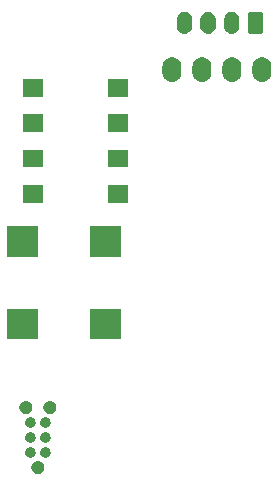
<source format=gbr>
G04 #@! TF.GenerationSoftware,KiCad,Pcbnew,(5.1.5)-3*
G04 #@! TF.CreationDate,2021-08-13T12:39:49-07:00*
G04 #@! TF.ProjectId,Freesk8-Robogotchi-v1.5,46726565-736b-4382-9d52-6f626f676f74,rev?*
G04 #@! TF.SameCoordinates,Original*
G04 #@! TF.FileFunction,Soldermask,Bot*
G04 #@! TF.FilePolarity,Negative*
%FSLAX46Y46*%
G04 Gerber Fmt 4.6, Leading zero omitted, Abs format (unit mm)*
G04 Created by KiCad (PCBNEW (5.1.5)-3) date 2021-08-13 12:39:49*
%MOMM*%
%LPD*%
G04 APERTURE LIST*
%ADD10C,0.100000*%
G04 APERTURE END LIST*
D10*
G36*
X129859408Y-122214501D02*
G01*
X129958863Y-122255697D01*
X129958865Y-122255698D01*
X130003923Y-122285805D01*
X130048372Y-122315505D01*
X130124495Y-122391628D01*
X130184303Y-122481137D01*
X130225499Y-122580592D01*
X130246500Y-122686173D01*
X130246500Y-122793827D01*
X130225499Y-122899408D01*
X130184303Y-122998863D01*
X130184302Y-122998865D01*
X130124494Y-123088373D01*
X130048373Y-123164494D01*
X129958865Y-123224302D01*
X129958864Y-123224303D01*
X129958863Y-123224303D01*
X129859408Y-123265499D01*
X129753827Y-123286500D01*
X129646173Y-123286500D01*
X129540592Y-123265499D01*
X129441137Y-123224303D01*
X129441136Y-123224303D01*
X129441135Y-123224302D01*
X129351627Y-123164494D01*
X129275506Y-123088373D01*
X129215698Y-122998865D01*
X129215697Y-122998863D01*
X129174501Y-122899408D01*
X129153500Y-122793827D01*
X129153500Y-122686173D01*
X129174501Y-122580592D01*
X129215697Y-122481137D01*
X129275505Y-122391628D01*
X129351628Y-122315505D01*
X129396077Y-122285805D01*
X129441135Y-122255698D01*
X129441137Y-122255697D01*
X129540592Y-122214501D01*
X129646173Y-122193500D01*
X129753827Y-122193500D01*
X129859408Y-122214501D01*
G37*
G36*
X130464656Y-121042581D02*
G01*
X130545548Y-121076088D01*
X130545550Y-121076089D01*
X130618352Y-121124734D01*
X130680266Y-121186648D01*
X130728912Y-121259452D01*
X130762419Y-121340344D01*
X130779500Y-121426219D01*
X130779500Y-121513781D01*
X130762419Y-121599656D01*
X130728912Y-121680548D01*
X130728911Y-121680550D01*
X130680266Y-121753352D01*
X130618352Y-121815266D01*
X130545550Y-121863911D01*
X130545549Y-121863912D01*
X130545548Y-121863912D01*
X130464656Y-121897419D01*
X130378781Y-121914500D01*
X130291219Y-121914500D01*
X130205344Y-121897419D01*
X130124452Y-121863912D01*
X130124451Y-121863912D01*
X130124450Y-121863911D01*
X130051648Y-121815266D01*
X129989734Y-121753352D01*
X129941089Y-121680550D01*
X129941088Y-121680548D01*
X129907581Y-121599656D01*
X129890500Y-121513781D01*
X129890500Y-121426219D01*
X129907581Y-121340344D01*
X129941088Y-121259452D01*
X129989734Y-121186648D01*
X130051648Y-121124734D01*
X130124450Y-121076089D01*
X130124452Y-121076088D01*
X130205344Y-121042581D01*
X130291219Y-121025500D01*
X130378781Y-121025500D01*
X130464656Y-121042581D01*
G37*
G36*
X129194656Y-121042581D02*
G01*
X129275548Y-121076088D01*
X129275550Y-121076089D01*
X129348352Y-121124734D01*
X129410266Y-121186648D01*
X129458912Y-121259452D01*
X129492419Y-121340344D01*
X129509500Y-121426219D01*
X129509500Y-121513781D01*
X129492419Y-121599656D01*
X129458912Y-121680548D01*
X129458911Y-121680550D01*
X129410266Y-121753352D01*
X129348352Y-121815266D01*
X129275550Y-121863911D01*
X129275549Y-121863912D01*
X129275548Y-121863912D01*
X129194656Y-121897419D01*
X129108781Y-121914500D01*
X129021219Y-121914500D01*
X128935344Y-121897419D01*
X128854452Y-121863912D01*
X128854451Y-121863912D01*
X128854450Y-121863911D01*
X128781648Y-121815266D01*
X128719734Y-121753352D01*
X128671089Y-121680550D01*
X128671088Y-121680548D01*
X128637581Y-121599656D01*
X128620500Y-121513781D01*
X128620500Y-121426219D01*
X128637581Y-121340344D01*
X128671088Y-121259452D01*
X128719734Y-121186648D01*
X128781648Y-121124734D01*
X128854450Y-121076089D01*
X128854452Y-121076088D01*
X128935344Y-121042581D01*
X129021219Y-121025500D01*
X129108781Y-121025500D01*
X129194656Y-121042581D01*
G37*
G36*
X130464656Y-119772581D02*
G01*
X130545548Y-119806088D01*
X130545550Y-119806089D01*
X130618352Y-119854734D01*
X130680266Y-119916648D01*
X130728912Y-119989452D01*
X130762419Y-120070344D01*
X130779500Y-120156219D01*
X130779500Y-120243781D01*
X130762419Y-120329656D01*
X130728912Y-120410548D01*
X130728911Y-120410550D01*
X130680266Y-120483352D01*
X130618352Y-120545266D01*
X130545550Y-120593911D01*
X130545549Y-120593912D01*
X130545548Y-120593912D01*
X130464656Y-120627419D01*
X130378781Y-120644500D01*
X130291219Y-120644500D01*
X130205344Y-120627419D01*
X130124452Y-120593912D01*
X130124451Y-120593912D01*
X130124450Y-120593911D01*
X130051648Y-120545266D01*
X129989734Y-120483352D01*
X129941089Y-120410550D01*
X129941088Y-120410548D01*
X129907581Y-120329656D01*
X129890500Y-120243781D01*
X129890500Y-120156219D01*
X129907581Y-120070344D01*
X129941088Y-119989452D01*
X129989734Y-119916648D01*
X130051648Y-119854734D01*
X130124450Y-119806089D01*
X130124452Y-119806088D01*
X130205344Y-119772581D01*
X130291219Y-119755500D01*
X130378781Y-119755500D01*
X130464656Y-119772581D01*
G37*
G36*
X129194656Y-119772581D02*
G01*
X129275548Y-119806088D01*
X129275550Y-119806089D01*
X129348352Y-119854734D01*
X129410266Y-119916648D01*
X129458912Y-119989452D01*
X129492419Y-120070344D01*
X129509500Y-120156219D01*
X129509500Y-120243781D01*
X129492419Y-120329656D01*
X129458912Y-120410548D01*
X129458911Y-120410550D01*
X129410266Y-120483352D01*
X129348352Y-120545266D01*
X129275550Y-120593911D01*
X129275549Y-120593912D01*
X129275548Y-120593912D01*
X129194656Y-120627419D01*
X129108781Y-120644500D01*
X129021219Y-120644500D01*
X128935344Y-120627419D01*
X128854452Y-120593912D01*
X128854451Y-120593912D01*
X128854450Y-120593911D01*
X128781648Y-120545266D01*
X128719734Y-120483352D01*
X128671089Y-120410550D01*
X128671088Y-120410548D01*
X128637581Y-120329656D01*
X128620500Y-120243781D01*
X128620500Y-120156219D01*
X128637581Y-120070344D01*
X128671088Y-119989452D01*
X128719734Y-119916648D01*
X128781648Y-119854734D01*
X128854450Y-119806089D01*
X128854452Y-119806088D01*
X128935344Y-119772581D01*
X129021219Y-119755500D01*
X129108781Y-119755500D01*
X129194656Y-119772581D01*
G37*
G36*
X130464656Y-118502581D02*
G01*
X130545548Y-118536088D01*
X130545550Y-118536089D01*
X130618352Y-118584734D01*
X130680266Y-118646648D01*
X130728912Y-118719452D01*
X130762419Y-118800344D01*
X130779500Y-118886219D01*
X130779500Y-118973781D01*
X130762419Y-119059656D01*
X130728912Y-119140548D01*
X130728911Y-119140550D01*
X130680266Y-119213352D01*
X130618352Y-119275266D01*
X130545550Y-119323911D01*
X130545549Y-119323912D01*
X130545548Y-119323912D01*
X130464656Y-119357419D01*
X130378781Y-119374500D01*
X130291219Y-119374500D01*
X130205344Y-119357419D01*
X130124452Y-119323912D01*
X130124451Y-119323912D01*
X130124450Y-119323911D01*
X130051648Y-119275266D01*
X129989734Y-119213352D01*
X129941089Y-119140550D01*
X129941088Y-119140548D01*
X129907581Y-119059656D01*
X129890500Y-118973781D01*
X129890500Y-118886219D01*
X129907581Y-118800344D01*
X129941088Y-118719452D01*
X129989734Y-118646648D01*
X130051648Y-118584734D01*
X130124450Y-118536089D01*
X130124452Y-118536088D01*
X130205344Y-118502581D01*
X130291219Y-118485500D01*
X130378781Y-118485500D01*
X130464656Y-118502581D01*
G37*
G36*
X129194656Y-118502581D02*
G01*
X129275548Y-118536088D01*
X129275550Y-118536089D01*
X129348352Y-118584734D01*
X129410266Y-118646648D01*
X129458912Y-118719452D01*
X129492419Y-118800344D01*
X129509500Y-118886219D01*
X129509500Y-118973781D01*
X129492419Y-119059656D01*
X129458912Y-119140548D01*
X129458911Y-119140550D01*
X129410266Y-119213352D01*
X129348352Y-119275266D01*
X129275550Y-119323911D01*
X129275549Y-119323912D01*
X129275548Y-119323912D01*
X129194656Y-119357419D01*
X129108781Y-119374500D01*
X129021219Y-119374500D01*
X128935344Y-119357419D01*
X128854452Y-119323912D01*
X128854451Y-119323912D01*
X128854450Y-119323911D01*
X128781648Y-119275266D01*
X128719734Y-119213352D01*
X128671089Y-119140550D01*
X128671088Y-119140548D01*
X128637581Y-119059656D01*
X128620500Y-118973781D01*
X128620500Y-118886219D01*
X128637581Y-118800344D01*
X128671088Y-118719452D01*
X128719734Y-118646648D01*
X128781648Y-118584734D01*
X128854450Y-118536089D01*
X128854452Y-118536088D01*
X128935344Y-118502581D01*
X129021219Y-118485500D01*
X129108781Y-118485500D01*
X129194656Y-118502581D01*
G37*
G36*
X128843408Y-117134501D02*
G01*
X128942863Y-117175697D01*
X128942865Y-117175698D01*
X128987923Y-117205805D01*
X129032372Y-117235505D01*
X129108495Y-117311628D01*
X129168303Y-117401137D01*
X129209499Y-117500592D01*
X129230500Y-117606173D01*
X129230500Y-117713827D01*
X129209499Y-117819408D01*
X129168303Y-117918863D01*
X129168302Y-117918865D01*
X129108494Y-118008373D01*
X129032373Y-118084494D01*
X128942865Y-118144302D01*
X128942864Y-118144303D01*
X128942863Y-118144303D01*
X128843408Y-118185499D01*
X128737827Y-118206500D01*
X128630173Y-118206500D01*
X128524592Y-118185499D01*
X128425137Y-118144303D01*
X128425136Y-118144303D01*
X128425135Y-118144302D01*
X128335627Y-118084494D01*
X128259506Y-118008373D01*
X128199698Y-117918865D01*
X128199697Y-117918863D01*
X128158501Y-117819408D01*
X128137500Y-117713827D01*
X128137500Y-117606173D01*
X128158501Y-117500592D01*
X128199697Y-117401137D01*
X128259505Y-117311628D01*
X128335628Y-117235505D01*
X128380077Y-117205805D01*
X128425135Y-117175698D01*
X128425137Y-117175697D01*
X128524592Y-117134501D01*
X128630173Y-117113500D01*
X128737827Y-117113500D01*
X128843408Y-117134501D01*
G37*
G36*
X130875408Y-117134501D02*
G01*
X130974863Y-117175697D01*
X130974865Y-117175698D01*
X131019923Y-117205805D01*
X131064372Y-117235505D01*
X131140495Y-117311628D01*
X131200303Y-117401137D01*
X131241499Y-117500592D01*
X131262500Y-117606173D01*
X131262500Y-117713827D01*
X131241499Y-117819408D01*
X131200303Y-117918863D01*
X131200302Y-117918865D01*
X131140494Y-118008373D01*
X131064373Y-118084494D01*
X130974865Y-118144302D01*
X130974864Y-118144303D01*
X130974863Y-118144303D01*
X130875408Y-118185499D01*
X130769827Y-118206500D01*
X130662173Y-118206500D01*
X130556592Y-118185499D01*
X130457137Y-118144303D01*
X130457136Y-118144303D01*
X130457135Y-118144302D01*
X130367627Y-118084494D01*
X130291506Y-118008373D01*
X130231698Y-117918865D01*
X130231697Y-117918863D01*
X130190501Y-117819408D01*
X130169500Y-117713827D01*
X130169500Y-117606173D01*
X130190501Y-117500592D01*
X130231697Y-117401137D01*
X130291505Y-117311628D01*
X130367628Y-117235505D01*
X130412077Y-117205805D01*
X130457135Y-117175698D01*
X130457137Y-117175697D01*
X130556592Y-117134501D01*
X130662173Y-117113500D01*
X130769827Y-117113500D01*
X130875408Y-117134501D01*
G37*
G36*
X136701000Y-111901000D02*
G01*
X134099000Y-111901000D01*
X134099000Y-109299000D01*
X136701000Y-109299000D01*
X136701000Y-111901000D01*
G37*
G36*
X129701000Y-111901000D02*
G01*
X127099000Y-111901000D01*
X127099000Y-109299000D01*
X129701000Y-109299000D01*
X129701000Y-111901000D01*
G37*
G36*
X136701000Y-104901000D02*
G01*
X134099000Y-104901000D01*
X134099000Y-102299000D01*
X136701000Y-102299000D01*
X136701000Y-104901000D01*
G37*
G36*
X129701000Y-104901000D02*
G01*
X127099000Y-104901000D01*
X127099000Y-102299000D01*
X129701000Y-102299000D01*
X129701000Y-104901000D01*
G37*
G36*
X137351000Y-100351000D02*
G01*
X135649000Y-100351000D01*
X135649000Y-98849000D01*
X137351000Y-98849000D01*
X137351000Y-100351000D01*
G37*
G36*
X130151000Y-100351000D02*
G01*
X128449000Y-100351000D01*
X128449000Y-98849000D01*
X130151000Y-98849000D01*
X130151000Y-100351000D01*
G37*
G36*
X137351000Y-97351000D02*
G01*
X135649000Y-97351000D01*
X135649000Y-95849000D01*
X137351000Y-95849000D01*
X137351000Y-97351000D01*
G37*
G36*
X130151000Y-97351000D02*
G01*
X128449000Y-97351000D01*
X128449000Y-95849000D01*
X130151000Y-95849000D01*
X130151000Y-97351000D01*
G37*
G36*
X137351000Y-94351000D02*
G01*
X135649000Y-94351000D01*
X135649000Y-92849000D01*
X137351000Y-92849000D01*
X137351000Y-94351000D01*
G37*
G36*
X130151000Y-94351000D02*
G01*
X128449000Y-94351000D01*
X128449000Y-92849000D01*
X130151000Y-92849000D01*
X130151000Y-94351000D01*
G37*
G36*
X137351000Y-91351000D02*
G01*
X135649000Y-91351000D01*
X135649000Y-89849000D01*
X137351000Y-89849000D01*
X137351000Y-91351000D01*
G37*
G36*
X130151000Y-91351000D02*
G01*
X128449000Y-91351000D01*
X128449000Y-89849000D01*
X130151000Y-89849000D01*
X130151000Y-91351000D01*
G37*
G36*
X146277023Y-88010590D02*
G01*
X146377682Y-88041125D01*
X146428013Y-88056392D01*
X146567165Y-88130771D01*
X146689133Y-88230867D01*
X146789229Y-88352835D01*
X146863608Y-88491987D01*
X146863608Y-88491988D01*
X146909410Y-88642977D01*
X146921000Y-88760655D01*
X146921000Y-89339345D01*
X146909410Y-89457023D01*
X146878875Y-89557682D01*
X146863608Y-89608013D01*
X146789230Y-89747164D01*
X146789229Y-89747165D01*
X146689133Y-89869133D01*
X146567164Y-89969229D01*
X146428012Y-90043608D01*
X146377681Y-90058875D01*
X146277022Y-90089410D01*
X146120000Y-90104875D01*
X145962977Y-90089410D01*
X145862318Y-90058875D01*
X145811987Y-90043608D01*
X145672835Y-89969229D01*
X145550867Y-89869133D01*
X145450771Y-89747164D01*
X145376393Y-89608013D01*
X145376392Y-89608012D01*
X145361125Y-89557681D01*
X145330590Y-89457022D01*
X145319000Y-89339344D01*
X145319000Y-88760655D01*
X145330590Y-88642977D01*
X145376392Y-88491988D01*
X145376392Y-88491987D01*
X145395607Y-88456039D01*
X145450771Y-88352835D01*
X145550868Y-88230867D01*
X145672836Y-88130771D01*
X145811988Y-88056392D01*
X145862319Y-88041125D01*
X145962978Y-88010590D01*
X146120000Y-87995125D01*
X146277023Y-88010590D01*
G37*
G36*
X141197023Y-88010590D02*
G01*
X141297682Y-88041125D01*
X141348013Y-88056392D01*
X141487165Y-88130771D01*
X141609133Y-88230867D01*
X141709229Y-88352835D01*
X141783608Y-88491987D01*
X141783608Y-88491988D01*
X141829410Y-88642977D01*
X141841000Y-88760655D01*
X141841000Y-89339345D01*
X141829410Y-89457023D01*
X141798875Y-89557682D01*
X141783608Y-89608013D01*
X141709230Y-89747164D01*
X141709229Y-89747165D01*
X141609133Y-89869133D01*
X141487164Y-89969229D01*
X141348012Y-90043608D01*
X141297681Y-90058875D01*
X141197022Y-90089410D01*
X141040000Y-90104875D01*
X140882977Y-90089410D01*
X140782318Y-90058875D01*
X140731987Y-90043608D01*
X140592835Y-89969229D01*
X140470867Y-89869133D01*
X140370771Y-89747164D01*
X140296393Y-89608013D01*
X140296392Y-89608012D01*
X140281125Y-89557681D01*
X140250590Y-89457022D01*
X140239000Y-89339344D01*
X140239000Y-88760655D01*
X140250590Y-88642977D01*
X140296392Y-88491988D01*
X140296392Y-88491987D01*
X140315607Y-88456039D01*
X140370771Y-88352835D01*
X140470868Y-88230867D01*
X140592836Y-88130771D01*
X140731988Y-88056392D01*
X140782319Y-88041125D01*
X140882978Y-88010590D01*
X141040000Y-87995125D01*
X141197023Y-88010590D01*
G37*
G36*
X143737023Y-88010590D02*
G01*
X143837682Y-88041125D01*
X143888013Y-88056392D01*
X144027165Y-88130771D01*
X144149133Y-88230867D01*
X144249229Y-88352835D01*
X144323608Y-88491987D01*
X144323608Y-88491988D01*
X144369410Y-88642977D01*
X144381000Y-88760655D01*
X144381000Y-89339345D01*
X144369410Y-89457023D01*
X144338875Y-89557682D01*
X144323608Y-89608013D01*
X144249230Y-89747164D01*
X144249229Y-89747165D01*
X144149133Y-89869133D01*
X144027164Y-89969229D01*
X143888012Y-90043608D01*
X143837681Y-90058875D01*
X143737022Y-90089410D01*
X143580000Y-90104875D01*
X143422977Y-90089410D01*
X143322318Y-90058875D01*
X143271987Y-90043608D01*
X143132835Y-89969229D01*
X143010867Y-89869133D01*
X142910771Y-89747164D01*
X142836393Y-89608013D01*
X142836392Y-89608012D01*
X142821125Y-89557681D01*
X142790590Y-89457022D01*
X142779000Y-89339344D01*
X142779000Y-88760655D01*
X142790590Y-88642977D01*
X142836392Y-88491988D01*
X142836392Y-88491987D01*
X142855607Y-88456039D01*
X142910771Y-88352835D01*
X143010868Y-88230867D01*
X143132836Y-88130771D01*
X143271988Y-88056392D01*
X143322319Y-88041125D01*
X143422978Y-88010590D01*
X143580000Y-87995125D01*
X143737023Y-88010590D01*
G37*
G36*
X148817023Y-88010590D02*
G01*
X148917682Y-88041125D01*
X148968013Y-88056392D01*
X149107165Y-88130771D01*
X149229133Y-88230867D01*
X149329229Y-88352835D01*
X149403608Y-88491987D01*
X149403608Y-88491988D01*
X149449410Y-88642977D01*
X149461000Y-88760655D01*
X149461000Y-89339345D01*
X149449410Y-89457023D01*
X149418875Y-89557682D01*
X149403608Y-89608013D01*
X149329230Y-89747164D01*
X149329229Y-89747165D01*
X149229133Y-89869133D01*
X149107164Y-89969229D01*
X148968012Y-90043608D01*
X148917681Y-90058875D01*
X148817022Y-90089410D01*
X148660000Y-90104875D01*
X148502977Y-90089410D01*
X148402318Y-90058875D01*
X148351987Y-90043608D01*
X148212835Y-89969229D01*
X148090867Y-89869133D01*
X147990771Y-89747164D01*
X147916393Y-89608013D01*
X147916392Y-89608012D01*
X147901125Y-89557681D01*
X147870590Y-89457022D01*
X147859000Y-89339344D01*
X147859000Y-88760655D01*
X147870590Y-88642977D01*
X147916392Y-88491988D01*
X147916392Y-88491987D01*
X147935607Y-88456039D01*
X147990771Y-88352835D01*
X148090868Y-88230867D01*
X148212836Y-88130771D01*
X148351988Y-88056392D01*
X148402319Y-88041125D01*
X148502978Y-88010590D01*
X148660000Y-87995125D01*
X148817023Y-88010590D01*
G37*
G36*
X144227618Y-84183420D02*
G01*
X144308400Y-84207925D01*
X144350336Y-84220646D01*
X144463425Y-84281094D01*
X144562554Y-84362446D01*
X144643906Y-84461575D01*
X144704354Y-84574664D01*
X144704355Y-84574668D01*
X144741580Y-84697382D01*
X144751000Y-84793027D01*
X144751000Y-85406973D01*
X144741580Y-85502618D01*
X144714040Y-85593404D01*
X144704354Y-85625336D01*
X144643906Y-85738425D01*
X144562554Y-85837553D01*
X144463424Y-85918906D01*
X144350335Y-85979354D01*
X144318403Y-85989040D01*
X144227617Y-86016580D01*
X144100000Y-86029149D01*
X143972382Y-86016580D01*
X143881596Y-85989040D01*
X143849664Y-85979354D01*
X143736575Y-85918906D01*
X143637447Y-85837554D01*
X143556094Y-85738424D01*
X143495646Y-85625335D01*
X143485960Y-85593403D01*
X143458420Y-85502617D01*
X143449000Y-85406972D01*
X143449000Y-84793027D01*
X143458420Y-84697382D01*
X143495645Y-84574668D01*
X143495645Y-84574667D01*
X143527957Y-84514217D01*
X143556095Y-84461574D01*
X143569493Y-84445249D01*
X143637447Y-84362446D01*
X143736576Y-84281094D01*
X143849665Y-84220646D01*
X143891601Y-84207925D01*
X143972383Y-84183420D01*
X144100000Y-84170851D01*
X144227618Y-84183420D01*
G37*
G36*
X146227618Y-84183420D02*
G01*
X146308400Y-84207925D01*
X146350336Y-84220646D01*
X146463425Y-84281094D01*
X146562554Y-84362446D01*
X146643906Y-84461575D01*
X146704354Y-84574664D01*
X146704355Y-84574668D01*
X146741580Y-84697382D01*
X146751000Y-84793027D01*
X146751000Y-85406973D01*
X146741580Y-85502618D01*
X146714040Y-85593404D01*
X146704354Y-85625336D01*
X146643906Y-85738425D01*
X146562554Y-85837553D01*
X146463424Y-85918906D01*
X146350335Y-85979354D01*
X146318403Y-85989040D01*
X146227617Y-86016580D01*
X146100000Y-86029149D01*
X145972382Y-86016580D01*
X145881596Y-85989040D01*
X145849664Y-85979354D01*
X145736575Y-85918906D01*
X145637447Y-85837554D01*
X145556094Y-85738424D01*
X145495646Y-85625335D01*
X145485960Y-85593403D01*
X145458420Y-85502617D01*
X145449000Y-85406972D01*
X145449000Y-84793027D01*
X145458420Y-84697382D01*
X145495645Y-84574668D01*
X145495645Y-84574667D01*
X145527957Y-84514217D01*
X145556095Y-84461574D01*
X145569493Y-84445249D01*
X145637447Y-84362446D01*
X145736576Y-84281094D01*
X145849665Y-84220646D01*
X145891601Y-84207925D01*
X145972383Y-84183420D01*
X146100000Y-84170851D01*
X146227618Y-84183420D01*
G37*
G36*
X142227618Y-84183420D02*
G01*
X142308400Y-84207925D01*
X142350336Y-84220646D01*
X142463425Y-84281094D01*
X142562554Y-84362446D01*
X142643906Y-84461575D01*
X142704354Y-84574664D01*
X142704355Y-84574668D01*
X142741580Y-84697382D01*
X142751000Y-84793027D01*
X142751000Y-85406973D01*
X142741580Y-85502618D01*
X142714040Y-85593404D01*
X142704354Y-85625336D01*
X142643906Y-85738425D01*
X142562554Y-85837553D01*
X142463424Y-85918906D01*
X142350335Y-85979354D01*
X142318403Y-85989040D01*
X142227617Y-86016580D01*
X142100000Y-86029149D01*
X141972382Y-86016580D01*
X141881596Y-85989040D01*
X141849664Y-85979354D01*
X141736575Y-85918906D01*
X141637447Y-85837554D01*
X141556094Y-85738424D01*
X141495646Y-85625335D01*
X141485960Y-85593403D01*
X141458420Y-85502617D01*
X141449000Y-85406972D01*
X141449000Y-84793027D01*
X141458420Y-84697382D01*
X141495645Y-84574668D01*
X141495645Y-84574667D01*
X141527957Y-84514217D01*
X141556095Y-84461574D01*
X141569493Y-84445249D01*
X141637447Y-84362446D01*
X141736576Y-84281094D01*
X141849665Y-84220646D01*
X141891601Y-84207925D01*
X141972383Y-84183420D01*
X142100000Y-84170851D01*
X142227618Y-84183420D01*
G37*
G36*
X148591242Y-84178404D02*
G01*
X148628337Y-84189657D01*
X148662515Y-84207925D01*
X148692481Y-84232519D01*
X148717075Y-84262485D01*
X148735343Y-84296663D01*
X148746596Y-84333758D01*
X148751000Y-84378474D01*
X148751000Y-85821526D01*
X148746596Y-85866242D01*
X148735343Y-85903337D01*
X148717075Y-85937515D01*
X148692481Y-85967481D01*
X148662515Y-85992075D01*
X148628337Y-86010343D01*
X148591242Y-86021596D01*
X148546526Y-86026000D01*
X147653474Y-86026000D01*
X147608758Y-86021596D01*
X147571663Y-86010343D01*
X147537485Y-85992075D01*
X147507519Y-85967481D01*
X147482925Y-85937515D01*
X147464657Y-85903337D01*
X147453404Y-85866242D01*
X147449000Y-85821526D01*
X147449000Y-84378474D01*
X147453404Y-84333758D01*
X147464657Y-84296663D01*
X147482925Y-84262485D01*
X147507519Y-84232519D01*
X147537485Y-84207925D01*
X147571663Y-84189657D01*
X147608758Y-84178404D01*
X147653474Y-84174000D01*
X148546526Y-84174000D01*
X148591242Y-84178404D01*
G37*
M02*

</source>
